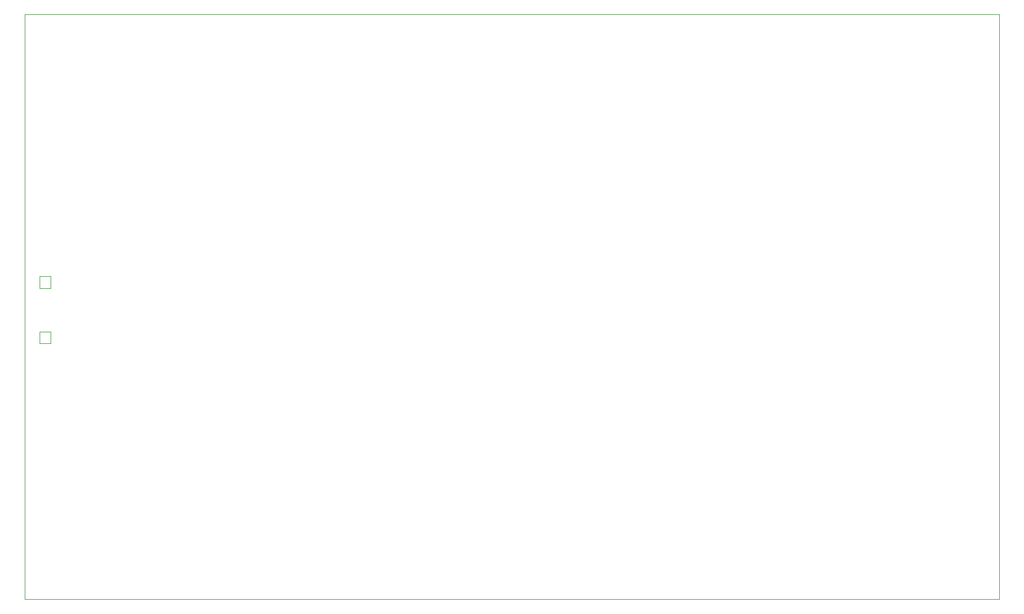
<source format=gm1>
G04 #@! TF.GenerationSoftware,KiCad,Pcbnew,6.0.10-86aedd382b~118~ubuntu20.04.1*
G04 #@! TF.CreationDate,2023-01-16T18:18:11-05:00*
G04 #@! TF.ProjectId,TMS9918A_YM2149,544d5339-3931-4384-915f-594d32313439,1*
G04 #@! TF.SameCoordinates,Original*
G04 #@! TF.FileFunction,Profile,NP*
%FSLAX46Y46*%
G04 Gerber Fmt 4.6, Leading zero omitted, Abs format (unit mm)*
G04 Created by KiCad (PCBNEW 6.0.10-86aedd382b~118~ubuntu20.04.1) date 2023-01-16 18:18:11*
%MOMM*%
%LPD*%
G01*
G04 APERTURE LIST*
G04 #@! TA.AperFunction,Profile*
%ADD10C,0.038100*%
G04 #@! TD*
G04 #@! TA.AperFunction,Profile*
%ADD11C,0.010000*%
G04 #@! TD*
G04 APERTURE END LIST*
D10*
X213500000Y-58420000D02*
X63500000Y-58420000D01*
X213500000Y-148420000D02*
X213500000Y-58420000D01*
X63500000Y-148420000D02*
X213500000Y-148420000D01*
X63500000Y-58420000D02*
X63500000Y-148420000D01*
D11*
X65850000Y-100536000D02*
X67550000Y-100536000D01*
X65850000Y-107236000D02*
X65850000Y-109036000D01*
X65850000Y-109036000D02*
X67550000Y-109036000D01*
X65850000Y-98736000D02*
X65850000Y-100536000D01*
X67550000Y-98736000D02*
X65850000Y-98736000D01*
X67550000Y-109036000D02*
X67550000Y-107236000D01*
X67550000Y-100536000D02*
X67550000Y-98736000D01*
X67550000Y-107236000D02*
X65850000Y-107236000D01*
M02*

</source>
